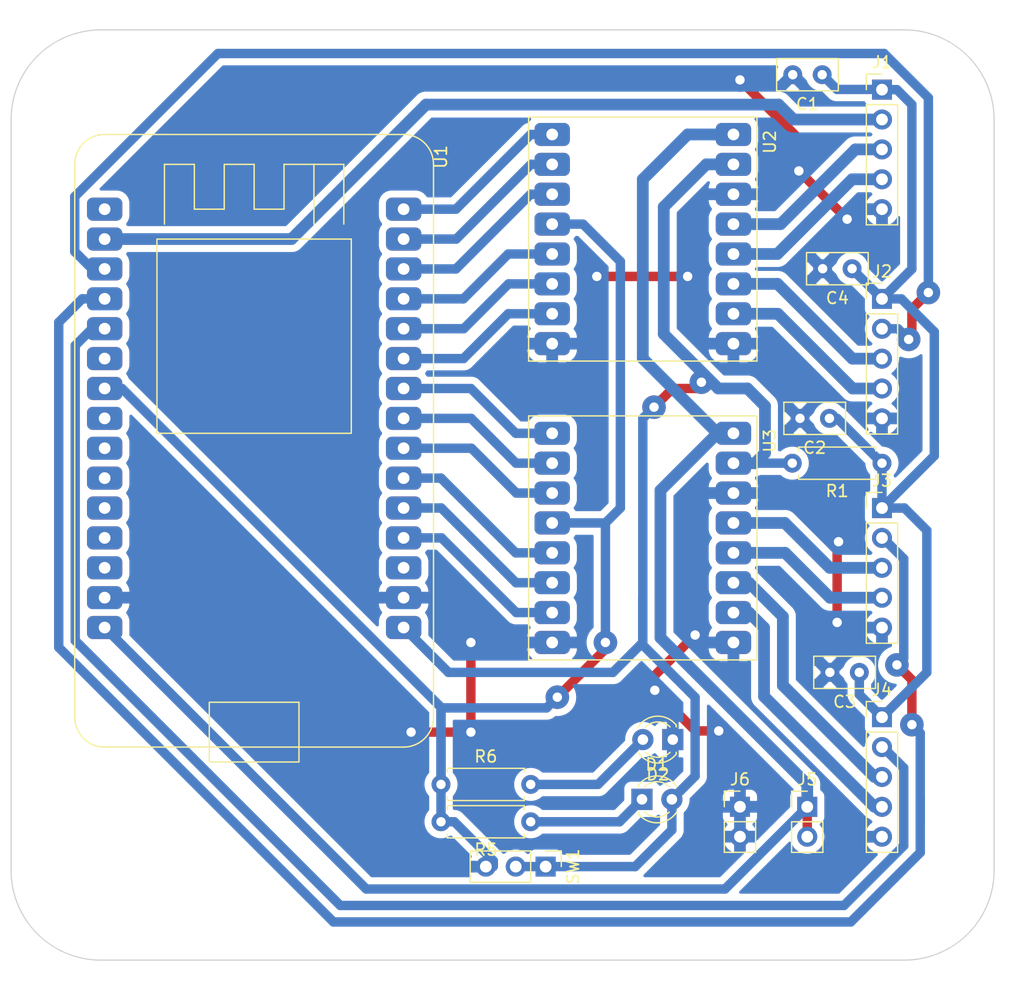
<source format=kicad_pcb>
(kicad_pcb (version 20211014) (generator pcbnew)
  (layers (0 "F.Cu" signal) (31 "B.Cu" signal) (44 "Edge.Cuts" user))
  (net 0 "")
  (net 1 "+3.3V")
  (net 2 "/POS_A")
  (net 3 "/A01")
  (net 4 "/A02")
  (net 5 "GND")
  (net 6 "/POS_B")
  (net 7 "/B01")
  (net 8 "/B02")
  (net 9 "/POS_C")
  (net 10 "/C01")
  (net 11 "/C02")
  (net 12 "/POS_D")
  (net 13 "/D01")
  (net 14 "/D02")
  (net 15 "VCC")
  (net 16 "/STBY")
  (net 17 "Net-(D1-Pad1)")
  (net 18 "Net-(D2-Pad2)")
  (net 19 "/PWMD")
  (net 20 "/DIN2")
  (net 21 "/DIN1")
  (net 22 "/CIN2")
  (net 23 "/CIN1")
  (net 24 "/PWMC")
  (net 25 "/PWMB")
  (net 26 "/BIN2")
  (net 27 "/BIN1")
  (net 28 "/AIN2")
  (net 29 "/AIN1")
  (net 30 "/PWMA")
  (net 31 "+3.3VA")
  (footprint "New_library:TB6612 module" (layer "F.Cu") (at 155.575 93.98 -90)
    (fp_text reference "U3" (at -8.255 -10.795 90) (layer "F.SilkS"))
    (fp_text value "TB6612_module")
    (fp_line (start 10.37 9.7) (end 10.37 -9.7) (layer "F.SilkS") (width 0.12))
    (fp_line (start -10.37 9.7) (end 10.37 9.7) (layer "F.SilkS") (width 0.12))
    (fp_line (start -10.37 -9.7) (end -10.37 9.7) (layer "F.SilkS") (width 0.12))
    (fp_line (start 10.37 -9.7) (end -10.37 -9.7) (layer "F.SilkS") (width 0.12))
    (pad "1" thru_hole roundrect (at -8.89 7.7 270) (size 1.96 3) (drill 1) (layers *.Cu *.Mask) (net 24 "/PWMC"))
    (pad "2" thru_hole roundrect (at -6.35 7.7 270) (size 1.96 3) (drill 1) (layers *.Cu *.Mask) (net 23 "/CIN1"))
    (pad "3" thru_hole roundrect (at -3.81 7.7 270) (size 1.96 3) (drill 1) (layers *.Cu *.Mask) (net 22 "/CIN2"))
    (pad "4" thru_hole roundrect (at -1.27 7.7 270) (size 1.96 3) (drill 1) (layers *.Cu *.Mask) (net 16 "/STBY"))
    (pad "5" thru_hole roundrect (at 1.27 7.7 270) (size 1.96 3) (drill 1) (layers *.Cu *.Mask) (net 21 "/DIN1"))
    (pad "6" thru_hole roundrect (at 3.81 7.7 270) (size 1.96 3) (drill 1) (layers *.Cu *.Mask) (net 20 "/DIN2"))
    (pad "7" thru_hole roundrect (at 6.35 7.7 270) (size 1.96 3) (drill 1) (layers *.Cu *.Mask) (net 19 "/PWMD"))
    (pad "8" thru_hole roundrect (at 8.89 7.7 270) (size 1.96 3) (drill 1) (layers *.Cu *.Mask) (net 5 "GND"))
    (pad "9" thru_hole roundrect (at 8.89 -7.7 270) (size 1.96 3) (drill 1) (layers *.Cu *.Mask) (net 5 "GND"))
    (pad "10" thru_hole roundrect (at 6.35 -7.7 270) (size 1.96 3) (drill 1) (layers *.Cu *.Mask) (net 13 "/D01"))
    (pad "11" thru_hole roundrect (at 3.81 -7.7 270) (size 1.96 3) (drill 1) (layers *.Cu *.Mask) (net 14 "/D02"))
    (pad "12" thru_hole roundrect (at 1.27 -7.7 270) (size 1.96 3) (drill 1) (layers *.Cu *.Mask) (net 11 "/C02"))
    (pad "13" thru_hole roundrect (at -1.27 -7.7 270) (size 1.96 3) (drill 1) (layers *.Cu *.Mask) (net 10 "/C01"))
    (pad "14" thru_hole roundrect (at -3.81 -7.7 270) (size 1.96 3) (drill 1) (layers *.Cu *.Mask) (net 5 "GND"))
    (pad "15" thru_hole roundrect (at -6.35 -7.7 270) (size 1.96 3) (drill 1) (layers *.Cu *.Mask) (net 1 "+3.3V"))
    (pad "16" thru_hole roundrect (at -8.89 -7.7 270) (size 1.96 3) (drill 1) (layers *.Cu *.Mask) (net 15 "VCC"))
  )
  (footprint "Connector_PinHeader_2.54mm:PinHeader_1x05_P2.54mm_Vertical" (layer "F.Cu") (at 175.895 91.445)
    (fp_text reference "J3" (at 0 -2.33) (layer "F.SilkS"))
    (fp_text value "Motor_C")
    (fp_line (start -1.33 11.49) (end 1.33 11.49) (layer "F.SilkS") (width 0.12))
    (fp_line (start -1.33 1.27) (end -1.33 11.49) (layer "F.SilkS") (width 0.12))
    (fp_line (start -1.33 0) (end -1.33 -1.33) (layer "F.SilkS") (width 0.12))
    (fp_line (start -1.33 -1.33) (end 0 -1.33) (layer "F.SilkS") (width 0.12))
    (fp_line (start 1.33 1.27) (end 1.33 11.49) (layer "F.SilkS") (width 0.12))
    (fp_line (start -1.33 1.27) (end 1.33 1.27) (layer "F.SilkS") (width 0.12))
    (pad "1" thru_hole rect (at 0 0) (size 1.7 1.7) (drill 1) (layers *.Cu *.Mask) (net 31 "+3.3VA"))
    (pad "2" thru_hole oval (at 0 2.54) (size 1.7 1.7) (drill 1) (layers *.Cu *.Mask) (net 9 "/POS_C"))
    (pad "3" thru_hole oval (at 0 5.08) (size 1.7 1.7) (drill 1) (layers *.Cu *.Mask) (net 10 "/C01"))
    (pad "4" thru_hole oval (at 0 7.62) (size 1.7 1.7) (drill 1) (layers *.Cu *.Mask) (net 11 "/C02"))
    (pad "5" thru_hole oval (at 0 10.16) (size 1.7 1.7) (drill 1) (layers *.Cu *.Mask) (net 5 "GND"))
  )
  (footprint "Resistor_THT:R_Axial_DIN0207_L6.3mm_D2.5mm_P7.62mm_Horizontal" (layer "F.Cu") (at 146.05 118.11 180)
    (fp_text reference "R5" (at 3.81 -2.37) (layer "F.SilkS"))
    (fp_text value "470R")
    (fp_line (start 7.08 1.37) (end 7.08 1.04) (layer "F.SilkS") (width 0.12))
    (fp_line (start 0.54 1.04) (end 0.54 1.37) (layer "F.SilkS") (width 0.12))
    (fp_line (start 0.54 -1.04) (end 0.54 -1.37) (layer "F.SilkS") (width 0.12))
    (fp_line (start 0.54 -1.37) (end 7.08 -1.37) (layer "F.SilkS") (width 0.12))
    (fp_line (start 0.54 1.37) (end 7.08 1.37) (layer "F.SilkS") (width 0.12))
    (fp_line (start 7.08 -1.37) (end 7.08 -1.04) (layer "F.SilkS") (width 0.12))
    (pad "1" thru_hole circle (at 0 0 180) (size 1.6 1.6) (drill 0.8) (layers *.Cu *.Mask) (net 17 "Net-(D1-Pad1)"))
    (pad "2" thru_hole oval (at 7.62 0 180) (size 1.6 1.6) (drill 0.8) (layers *.Cu *.Mask) (net 16 "/STBY"))
  )
  (footprint "Connector_PinHeader_2.54mm:PinHeader_1x03_P2.54mm_Vertical" (layer "F.Cu") (at 147.32 121.92 -90)
    (fp_text reference "SW1" (at 0 -2.33 90) (layer "F.SilkS"))
    (fp_text value "ON/OFF" hide)
    (fp_line (start -1.33 1.27) (end -1.33 6.41) (layer "F.SilkS") (width 0.12))
    (fp_line (start -1.33 0) (end -1.33 -1.33) (layer "F.SilkS") (width 0.12))
    (fp_line (start -1.33 -1.33) (end 0 -1.33) (layer "F.SilkS") (width 0.12))
    (fp_line (start -1.33 1.27) (end 1.33 1.27) (layer "F.SilkS") (width 0.12))
    (fp_line (start -1.33 6.41) (end 1.33 6.41) (layer "F.SilkS") (width 0.12))
    (fp_line (start 1.33 1.27) (end 1.33 6.41) (layer "F.SilkS") (width 0.12))
    (pad "1" thru_hole rect (at 0 0 270) (size 1.7 1.7) (drill 1) (layers *.Cu *.Mask) (net 1 "+3.3V"))
    (pad "2" thru_hole oval (at 0 2.54 270) (size 1.7 1.7) (drill 1) (layers *.Cu *.Mask) (net 16 "/STBY"))
    (pad "3" thru_hole oval (at 0 5.08 270) (size 1.7 1.7) (drill 1) (layers *.Cu *.Mask) (net 5 "GND"))
  )
  (footprint "Connector_PinHeader_2.54mm:PinHeader_1x05_P2.54mm_Vertical" (layer "F.Cu") (at 175.895 55.88)
    (fp_text reference "J1" (at 0 -2.33) (layer "F.SilkS"))
    (fp_text value "Motor_A")
    (fp_line (start -1.33 1.27) (end -1.33 11.49) (layer "F.SilkS") (width 0.12))
    (fp_line (start -1.33 1.27) (end 1.33 1.27) (layer "F.SilkS") (width 0.12))
    (fp_line (start -1.33 11.49) (end 1.33 11.49) (layer "F.SilkS") (width 0.12))
    (fp_line (start -1.33 -1.33) (end 0 -1.33) (layer "F.SilkS") (width 0.12))
    (fp_line (start 1.33 1.27) (end 1.33 11.49) (layer "F.SilkS") (width 0.12))
    (fp_line (start -1.33 0) (end -1.33 -1.33) (layer "F.SilkS") (width 0.12))
    (pad "1" thru_hole rect (at 0 0) (size 1.7 1.7) (drill 1) (layers *.Cu *.Mask) (net 31 "+3.3VA"))
    (pad "2" thru_hole oval (at 0 2.54) (size 1.7 1.7) (drill 1) (layers *.Cu *.Mask) (net 2 "/POS_A"))
    (pad "3" thru_hole oval (at 0 5.08) (size 1.7 1.7) (drill 1) (layers *.Cu *.Mask) (net 3 "/A01"))
    (pad "4" thru_hole oval (at 0 7.62) (size 1.7 1.7) (drill 1) (layers *.Cu *.Mask) (net 4 "/A02"))
    (pad "5" thru_hole oval (at 0 10.16) (size 1.7 1.7) (drill 1) (layers *.Cu *.Mask) (net 5 "GND"))
  )
  (footprint "Connector_PinHeader_2.54mm:PinHeader_1x02_P2.54mm_Vertical" (layer "F.Cu") (at 163.83 116.835)
    (fp_text reference "J6" (at 0 -2.33) (layer "F.SilkS"))
    (fp_text value "-")
    (fp_line (start -1.33 1.27) (end -1.33 3.87) (layer "F.SilkS") (width 0.12))
    (fp_line (start -1.33 -1.33) (end 0 -1.33) (layer "F.SilkS") (width 0.12))
    (fp_line (start 1.33 1.27) (end 1.33 3.87) (layer "F.SilkS") (width 0.12))
    (fp_line (start -1.33 3.87) (end 1.33 3.87) (layer "F.SilkS") (width 0.12))
    (fp_line (start -1.33 1.27) (end 1.33 1.27) (layer "F.SilkS") (width 0.12))
    (fp_line (start -1.33 0) (end -1.33 -1.33) (layer "F.SilkS") (width 0.12))
    (pad "1" thru_hole rect (at 0 0) (size 1.7 1.7) (drill 1) (layers *.Cu *.Mask) (net 5 "GND"))
    (pad "2" thru_hole oval (at 0 2.54) (size 1.7 1.7) (drill 1) (layers *.Cu *.Mask) (net 5 "GND"))
  )
  (footprint "New_library:TB6612 module" (layer "F.Cu") (at 155.575 68.58 -90)
    (fp_text reference "U2" (at -8.255 -10.795 90) (layer "F.SilkS"))
    (fp_text value "TB6612_module")
    (fp_line (start 10.37 -9.7) (end -10.37 -9.7) (layer "F.SilkS") (width 0.12))
    (fp_line (start 10.37 9.7) (end 10.37 -9.7) (layer "F.SilkS") (width 0.12))
    (fp_line (start -10.37 9.7) (end 10.37 9.7) (layer "F.SilkS") (width 0.12))
    (fp_line (start -10.37 -9.7) (end -10.37 9.7) (layer "F.SilkS") (width 0.12))
    (pad "1" thru_hole roundrect (at -8.89 7.7 270) (size 1.96 3) (drill 1) (layers *.Cu *.Mask) (net 30 "/PWMA"))
    (pad "2" thru_hole roundrect (at -6.35 7.7 270) (size 1.96 3) (drill 1) (layers *.Cu *.Mask) (net 29 "/AIN1"))
    (pad "3" thru_hole roundrect (at -3.81 7.7 270) (size 1.96 3) (drill 1) (layers *.Cu *.Mask) (net 28 "/AIN2"))
    (pad "4" thru_hole roundrect (at -1.27 7.7 270) (size 1.96 3) (drill 1) (layers *.Cu *.Mask) (net 16 "/STBY"))
    (pad "5" thru_hole roundrect (at 1.27 7.7 270) (size 1.96 3) (drill 1) (layers *.Cu *.Mask) (net 27 "/BIN1"))
    (pad "6" thru_hole roundrect (at 3.81 7.7 270) (size 1.96 3) (drill 1) (layers *.Cu *.Mask) (net 26 "/BIN2"))
    (pad "7" thru_hole roundrect (at 6.35 7.7 270) (size 1.96 3) (drill 1) (layers *.Cu *.Mask) (net 25 "/PWMB"))
    (pad "8" thru_hole roundrect (at 8.89 7.7 270) (size 1.96 3) (drill 1) (layers *.Cu *.Mask) (net 5 "GND"))
    (pad "9" thru_hole roundrect (at 8.89 -7.7 270) (size 1.96 3) (drill 1) (layers *.Cu *.Mask) (net 5 "GND"))
    (pad "10" thru_hole roundrect (at 6.35 -7.7 270) (size 1.96 3) (drill 1) (layers *.Cu *.Mask) (net 7 "/B01"))
    (pad "11" thru_hole roundrect (at 3.81 -7.7 270) (size 1.96 3) (drill 1) (layers *.Cu *.Mask) (net 8 "/B02"))
    (pad "12" thru_hole roundrect (at 1.27 -7.7 270) (size 1.96 3) (drill 1) (layers *.Cu *.Mask) (net 4 "/A02"))
    (pad "13" thru_hole roundrect (at -1.27 -7.7 270) (size 1.96 3) (drill 1) (layers *.Cu *.Mask) (net 3 "/A01"))
    (pad "14" thru_hole roundrect (at -3.81 -7.7 270) (size 1.96 3) (drill 1) (layers *.Cu *.Mask) (net 5 "GND"))
    (pad "15" thru_hole roundrect (at -6.35 -7.7 270) (size 1.96 3) (drill 1) (layers *.Cu *.Mask) (net 1 "+3.3V"))
    (pad "16" thru_hole roundrect (at -8.89 -7.7 270) (size 1.96 3) (drill 1) (layers *.Cu *.Mask) (net 15 "VCC"))
  )
  (footprint "Capacitor_THT:C_Disc_D5.0mm_W2.5mm_P2.50mm" (layer "F.Cu") (at 171.43 83.82 180)
    (fp_text reference "C2" (at 1.25 -2.5) (layer "F.SilkS"))
    (fp_text value "100nF" hide)
    (fp_line (start -1.37 -1.37) (end -1.37 1.37) (layer "F.SilkS") (width 0.12))
    (fp_line (start -1.37 -1.37) (end 3.87 -1.37) (layer "F.SilkS") (width 0.12))
    (fp_line (start -1.37 1.37) (end 3.87 1.37) (layer "F.SilkS") (width 0.12))
    (fp_line (start 3.87 -1.37) (end 3.87 1.37) (layer "F.SilkS") (width 0.12))
    (pad "1" thru_hole circle (at 0 0 180) (size 1.6 1.6) (drill 0.8) (layers *.Cu *.Mask) (net 31 "+3.3VA"))
    (pad "2" thru_hole circle (at 2.5 0 180) (size 1.6 1.6) (drill 0.8) (layers *.Cu *.Mask) (net 5 "GND"))
  )
  (footprint "Connector_PinHeader_2.54mm:PinHeader_1x02_P2.54mm_Vertical" (layer "F.Cu") (at 169.545 116.84)
    (fp_text reference "J5" (at 0 -2.33) (layer "F.SilkS"))
    (fp_text value "+")
    (fp_line (start -1.33 0) (end -1.33 -1.33) (layer "F.SilkS") (width 0.12))
    (fp_line (start -1.33 3.87) (end 1.33 3.87) (layer "F.SilkS") (width 0.12))
    (fp_line (start -1.33 -1.33) (end 0 -1.33) (layer "F.SilkS") (width 0.12))
    (fp_line (start -1.33 1.27) (end 1.33 1.27) (layer "F.SilkS") (width 0.12))
    (fp_line (start -1.33 1.27) (end -1.33 3.87) (layer "F.SilkS") (width 0.12))
    (fp_line (start 1.33 1.27) (end 1.33 3.87) (layer "F.SilkS") (width 0.12))
    (pad "1" thru_hole rect (at 0 0) (size 1.7 1.7) (drill 1) (layers *.Cu *.Mask) (net 15 "VCC"))
    (pad "2" thru_hole oval (at 0 2.54) (size 1.7 1.7) (drill 1) (layers *.Cu *.Mask) (net 15 "VCC"))
  )
  (footprint "Connector_PinHeader_2.54mm:PinHeader_1x05_P2.54mm_Vertical" (layer "F.Cu") (at 175.895 73.665)
    (fp_text reference "J2" (at 0 -2.33) (layer "F.SilkS"))
    (fp_text value "Motor_B")
    (fp_line (start -1.33 1.27) (end 1.33 1.27) (layer "F.SilkS") (width 0.12))
    (fp_line (start 1.33 1.27) (end 1.33 11.49) (layer "F.SilkS") (width 0.12))
    (fp_line (start -1.33 1.27) (end -1.33 11.49) (layer "F.SilkS") (width 0.12))
    (fp_line (start -1.33 -1.33) (end 0 -1.33) (layer "F.SilkS") (width 0.12))
    (fp_line (start -1.33 11.49) (end 1.33 11.49) (layer "F.SilkS") (width 0.12))
    (fp_line (start -1.33 0) (end -1.33 -1.33) (layer "F.SilkS") (width 0.12))
    (pad "1" thru_hole rect (at 0 0) (size 1.7 1.7) (drill 1) (layers *.Cu *.Mask) (net 31 "+3.3VA"))
    (pad "2" thru_hole oval (at 0 2.54) (size 1.7 1.7) (drill 1) (layers *.Cu *.Mask) (net 6 "/POS_B"))
    (pad "3" thru_hole oval (at 0 5.08) (size 1.7 1.7) (drill 1) (layers *.Cu *.Mask) (net 8 "/B02"))
    (pad "4" thru_hole oval (at 0 7.62) (size 1.7 1.7) (drill 1) (layers *.Cu *.Mask) (net 7 "/B01"))
    (pad "5" thru_hole oval (at 0 10.16) (size 1.7 1.7) (drill 1) (layers *.Cu *.Mask) (net 5 "GND"))
  )
  (footprint "Resistor_THT:R_Axial_DIN0207_L6.3mm_D2.5mm_P7.62mm_Horizontal" (layer "F.Cu") (at 138.43 114.935)
    (fp_text reference "R6" (at 3.81 -2.37) (layer "F.SilkS"))
    (fp_text value "470R")
    (fp_line (start 7.08 -1.37) (end 7.08 -1.04) (layer "F.SilkS") (width 0.12))
    (fp_line (start 0.54 1.04) (end 0.54 1.37) (layer "F.SilkS") (width 0.12))
    (fp_line (start 0.54 -1.37) (end 7.08 -1.37) (layer "F.SilkS") (width 0.12))
    (fp_line (start 0.54 1.37) (end 7.08 1.37) (layer "F.SilkS") (width 0.12))
    (fp_line (start 0.54 -1.04) (end 0.54 -1.37) (layer "F.SilkS") (width 0.12))
    (fp_line (start 7.08 1.37) (end 7.08 1.04) (layer "F.SilkS") (width 0.12))
    (pad "1" thru_hole circle (at 0 0) (size 1.6 1.6) (drill 0.8) (layers *.Cu *.Mask) (net 16 "/STBY"))
    (pad "2" thru_hole oval (at 7.62 0) (size 1.6 1.6) (drill 0.8) (layers *.Cu *.Mask) (net 18 "Net-(D2-Pad2)"))
  )
  (footprint "LED_THT:LED_D3.0mm" (layer "F.Cu") (at 155.505 116.205)
    (fp_text reference "D1" (at 1.27 -2.96) (layer "F.SilkS"))
    (fp_text value "GREEN")
    (fp_line (start -0.29 -1.236) (end -0.29 -1.08) (layer "F.SilkS") (width 0.12))
    (fp_line (start -0.29 1.08) (end -0.29 1.236) (layer "F.SilkS") (width 0.12))
    (fp_arc (start -0.29 -1.235516) (mid 1.366487 -1.987659) (end 2.942335 -1.078608) (layer "F.SilkS") (width 0.12))
    (fp_arc (start 0.229039 -1.08) (mid 1.270117 -1.5) (end 2.31113 -1.079837) (layer "F.SilkS") (width 0.12))
    (fp_arc (start 2.942335 1.078608) (mid 1.366487 1.987659) (end -0.29 1.235516) (layer "F.SilkS") (width 0.12))
    (fp_arc (start 2.31113 1.079837) (mid 1.270117 1.5) (end 0.229039 1.08) (layer "F.SilkS") (width 0.12))
    (pad "1" thru_hole rect (at 0 0) (size 1.8 1.8) (drill 0.9) (layers *.Cu *.Mask) (net 17 "Net-(D1-Pad1)"))
    (pad "2" thru_hole circle (at 2.54 0) (size 1.8 1.8) (drill 0.9) (layers *.Cu *.Mask) (net 1 "+3.3V"))
  )
  (footprint "Capacitor_THT:C_Disc_D5.0mm_W2.5mm_P2.50mm" (layer "F.Cu") (at 170.815 54.61 180)
    (fp_text reference "C1" (at 1.25 -2.5) (layer "F.SilkS"))
    (fp_text value "100nF" hide)
    (fp_line (start 3.87 -1.37) (end 3.87 1.37) (layer "F.SilkS") (width 0.12))
    (fp_line (start -1.37 -1.37) (end 3.87 -1.37) (layer "F.SilkS") (width 0.12))
    (fp_line (start -1.37 1.37) (end 3.87 1.37) (layer "F.SilkS") (width 0.12))
    (fp_line (start -1.37 -1.37) (end -1.37 1.37) (layer "F.SilkS") (width 0.12))
    (pad "1" thru_hole circle (at 0 0 180) (size 1.6 1.6) (drill 0.8) (layers *.Cu *.Mask) (net 31 "+3.3VA"))
    (pad "2" thru_hole circle (at 2.5 0 180) (size 1.6 1.6) (drill 0.8) (layers *.Cu *.Mask) (net 5 "GND"))
  )
  (footprint "Capacitor_THT:C_Disc_D5.0mm_W2.5mm_P2.50mm" (layer "F.Cu") (at 173.355 71.1 180)
    (fp_text reference "C4" (at 1.25 -2.5) (layer "F.SilkS"))
    (fp_text value "100nF" hide)
    (fp_line (start -1.37 -1.37) (end 3.87 -1.37) (layer "F.SilkS") (width 0.12))
    (fp_line (start -1.37 -1.37) (end -1.37 1.37) (layer "F.SilkS") (width 0.12))
    (fp_line (start -1.37 1.37) (end 3.87 1.37) (layer "F.SilkS") (width 0.12))
    (fp_line (start 3.87 -1.37) (end 3.87 1.37) (layer "F.SilkS") (width 0.12))
    (pad "1" thru_hole circle (at 0 0 180) (size 1.6 1.6) (drill 0.8) (layers *.Cu *.Mask) (net 31 "+3.3VA"))
    (pad "2" thru_hole circle (at 2.5 0 180) (size 1.6 1.6) (drill 0.8) (layers *.Cu *.Mask) (net 5 "GND"))
  )
  (footprint "Connector_PinHeader_2.54mm:PinHeader_1x05_P2.54mm_Vertical" (layer "F.Cu") (at 175.895 109.22)
    (fp_text reference "J4" (at 0 -2.33) (layer "F.SilkS"))
    (fp_text value "Motor_D")
    (fp_line (start -1.33 0) (end -1.33 -1.33) (layer "F.SilkS") (width 0.12))
    (fp_line (start 1.33 1.27) (end 1.33 11.49) (layer "F.SilkS") (width 0.12))
    (fp_line (start -1.33 11.49) (end 1.33 11.49) (layer "F.SilkS") (width 0.12))
    (fp_line (start -1.33 1.27) (end -1.33 11.49) (layer "F.SilkS") (width 0.12))
    (fp_line (start -1.33 -1.33) (end 0 -1.33) (layer "F.SilkS") (width 0.12))
    (fp_line (start -1.33 1.27) (end 1.33 1.27) (layer "F.SilkS") (width 0.12))
    (pad "1" thru_hole rect (at 0 0) (size 1.7 1.7) (drill 1) (layers *.Cu *.Mask) (net 31 "+3.3VA"))
    (pad "2" thru_hole oval (at 0 2.54) (size 1.7 1.7) (drill 1) (layers *.Cu *.Mask) (net 12 "/POS_D"))
    (pad "3" thru_hole oval (at 0 5.08) (size 1.7 1.7) (drill 1) (layers *.Cu *.Mask) (net 14 "/D02"))
    (pad "4" thru_hole oval (at 0 7.62) (size 1.7 1.7) (drill 1) (layers *.Cu *.Mask) (net 13 "/D01"))
    (pad "5" thru_hole oval (at 0 10.16) (size 1.7 1.7) (drill 1) (layers *.Cu *.Mask) (net 5 "GND"))
  )
  (footprint "LED_THT:LED_D3.0mm" (layer "F.Cu") (at 158.12 111.125 180)
    (fp_text reference "D2" (at 1.27 -2.96) (layer "F.SilkS"))
    (fp_text value "RED")
    (fp_line (start -0.29 -1.236) (end -0.29 -1.08) (layer "F.SilkS") (width 0.12))
    (fp_line (start -0.29 1.08) (end -0.29 1.236) (layer "F.SilkS") (width 0.12))
    (fp_arc (start -0.29 -1.235516) (mid 1.366487 -1.987659) (end 2.942335 -1.078608) (layer "F.SilkS") (width 0.12))
    (fp_arc (start 0.229039 -1.08) (mid 1.270117 -1.5) (end 2.31113 -1.079837) (layer "F.SilkS") (width 0.12))
    (fp_arc (start 2.942335 1.078608) (mid 1.366487 1.987659) (end -0.29 1.235516) (layer "F.SilkS") (width 0.12))
    (fp_arc (start 2.31113 1.079837) (mid 1.270117 1.5) (end 0.229039 1.08) (layer "F.SilkS") (width 0.12))
    (pad "1" thru_hole rect (at 0 0 180) (size 1.8 1.8) (drill 0.9) (layers *.Cu *.Mask) (net 5 "GND"))
    (pad "2" thru_hole circle (at 2.54 0 180) (size 1.8 1.8) (drill 0.9) (layers *.Cu *.Mask) (net 18 "Net-(D2-Pad2)"))
  )
  (footprint "Resistor_THT:R_Axial_DIN0207_L6.3mm_D2.5mm_P7.62mm_Horizontal" (layer "F.Cu") (at 175.895 87.63 180)
    (fp_text reference "R1" (at 3.81 -2.37) (layer "F.SilkS"))
    (fp_text value "470R")
    (fp_line (start 0.54 1.37) (end 7.08 1.37) (layer "F.SilkS") (width 0.12))
    (fp_line (start 7.08 1.37) (end 7.08 1.04) (layer "F.SilkS") (width 0.12))
    (fp_line (start 0.54 1.04) (end 0.54 1.37) (layer "F.SilkS") (width 0.12))
    (fp_line (start 7.08 -1.37) (end 7.08 -1.04) (layer "F.SilkS") (width 0.12))
    (fp_line (start 0.54 -1.37) (end 7.08 -1.37) (layer "F.SilkS") (width 0.12))
    (fp_line (start 0.54 -1.04) (end 0.54 -1.37) (layer "F.SilkS") (width 0.12))
    (pad "1" thru_hole circle (at 0 0 180) (size 1.6 1.6) (drill 0.8) (layers *.Cu *.Mask) (net 31 "+3.3VA"))
    (pad "2" thru_hole oval (at 7.62 0 180) (size 1.6 1.6) (drill 0.8) (layers *.Cu *.Mask) (net 1 "+3.3V"))
  )
  (footprint "New_library:ESP32-devkit-v1" (layer "F.Cu") (at 122.555 83.82 -90)
    (fp_text reference "U1" (at -22.225 -15.875 90) (layer "F.SilkS"))
    (fp_text value "ESP32-devkit-v1")
    (fp_line (start -17.78 5.08) (end -17.78 2.54) (layer "F.SilkS") (width 0.12))
    (fp_line (start -21.59 7.62) (end -21.59 5.08) (layer "F.SilkS") (width 0.12))
    (fp_line (start -17.78 -2.54) (end -21.59 -2.54) (layer "F.SilkS") (width 0.12))
    (fp_line (start -21.59 -2.54) (end -21.59 -5.08) (layer "F.SilkS") (width 0.12))
    (fp_line (start -21.59 2.54) (end -21.59 0) (layer "F.SilkS") (width 0.12))
    (fp_line (start -21.59 -7.62) (end -16.51 -7.62) (layer "F.SilkS") (width 0.12))
    (fp_line (start -17.78 2.54) (end -21.59 2.54) (layer "F.SilkS") (width 0.12))
    (fp_line (start -21.59 5.08) (end -17.78 5.08) (layer "F.SilkS") (width 0.12))
    (fp_line (start -17.78 0) (end -17.78 -2.54) (layer "F.SilkS") (width 0.12))
    (fp_line (start -16.51 7.62) (end -21.59 7.62) (layer "F.SilkS") (width 0.12))
    (fp_line (start 25.4 -15.24) (end -21.59 -15.24) (layer "F.SilkS") (width 0.12))
    (fp_line (start -24.13 -12.7) (end -24.13 12.7) (layer "F.SilkS") (width 0.12))
    (fp_line (start -21.59 15.24) (end 25.4 15.24) (layer "F.SilkS") (width 0.12))
    (fp_line (start -21.59 -5.08) (end -16.51 -5.08) (layer "F.SilkS") (width 0.12))
    (fp_line (start -21.59 0) (end -17.78 0) (layer "F.SilkS") (width 0.12))
    (fp_line (start -21.59 -5.08) (end -21.59 -7.62) (layer "F.SilkS") (width 0.12))
    (fp_line (start 27.94 12.7) (end 27.94 -12.7) (layer "F.SilkS") (width 0.12))
    (fp_rect (start 24.13 -3.81) (end 29.21 3.81) (layer "F.SilkS") (width 0.12) (fill none))
    (fp_rect (start -15.24 -8.255) (end 1.27 8.255) (layer "F.SilkS") (width 0.12) (fill none))
    (fp_arc (start -24.13 -12.7) (mid -23.386051 -14.496051) (end -21.59 -15.24) (layer "F.SilkS") (width 0.12))
    (fp_arc (start 27.94 12.7) (mid 27.196051 14.496051) (end 25.4 15.24) (layer "F.SilkS") (width 0.12))
    (fp_arc (start -21.59 15.24) (mid -23.386051 14.496051) (end -24.13 12.7) (layer "F.SilkS") (width 0.12))
    (fp_arc (start 25.4 -15.24) (mid 27.196051 -14.496051) (end 27.94 -12.7) (layer "F.SilkS") (width 0.12))
    (pad "1" thru_hole roundrect (at -17.78 12.7 270) (size 1.96 3) (drill 1) (layers *.Cu *.Mask))
    (pad "2" thru_hole roundrect (at -15.24 12.7 270) (size 1.96 3) (drill 1) (layers *.Cu *.Mask) (net 2 "/POS_A"))
    (pad "3" thru_hole roundrect (at -12.7 12.7 270) (size 1.96 3) (drill 1) (layers *.Cu *.Mask) (net 6 "/POS_B"))
    (pad "4" thru_hole roundrect (at -10.16 12.7 270) (size 1.96 3) (drill 1) (layers *.Cu *.Mask) (net 9 "/POS_C"))
    (pad "5" thru_hole roundrect (at -7.62 12.7 270) (size 1.96 3) (drill 1) (layers *.Cu *.Mask) (net 12 "/POS_D"))
    (pad "6" thru_hole roundrect (at -5.08 12.7 270) (size 1.96 3) (drill 1) (layers *.Cu *.Mask))
    (pad "7" thru_hole roundrect (at -2.54 12.7 270) (size 1.96 3) (drill 1) (layers *.Cu *.Mask) (net 16 "/STBY"))
    (pad "8" thru_hole roundrect (at 0 12.7 270) (size 1.96 3) (drill 1) (layers *.Cu *.Mask))
    (pad "9" thru_hole roundrect (at 2.54 12.7 270) (size 1.96 3) (drill 1) (layers *.Cu *.Mask))
    (pad "10" thru_hole roundrect (at 5.08 12.7 270) (size 1.96 3) (drill 1) (layers *.Cu *.Mask))
    (pad "11" thru_hole roundrect (at 7.62 12.7 270) (size 1.96 3) (drill 1) (layers *.Cu *.Mask))
    (pad "12" thru_hole roundrect (at 10.16 12.7 270) (size 1.96 3) (drill 1) (layers *.Cu *.Mask))
    (pad "13" thru_hole roundrect (at 12.7 12.7 270) (size 1.96 3) (drill 1) (layers *.Cu *.Mask))
    (pad "14" thru_hole roundrect (at 15.24 12.7 270) (size 1.96 3) (drill 1) (layers *.Cu *.Mask) (net 5 "GND"))
    (pad "15" thru_hole roundrect (at 17.78 12.7 270) (size 1.96 3) (drill 1) (layers *.Cu *.Mask) (net 15 "VCC"))
    (pad "16" thru_hole roundrect (at 17.78 -12.7 270) (size 1.96 3) (drill 1) (layers *.Cu *.Mask) (net 1 "+3.3V"))
    (pad "17" thru_hole roundrect (at 15.24 -12.7 270) (size 1.96 3) (drill 1) (layers *.Cu *.Mask) (net 5 "GND"))
    (pad "18" thru_hole roundrect (at 12.7 -12.7 270) (size 1.96 3) (drill 1) (layers *.Cu *.Mask))
    (pad "19" thru_hole roundrect (at 10.16 -12.7 270) (size 1.96 3) (drill 1) (layers *.Cu *.Mask) (net 19 "/PWMD"))
    (pad "20" thru_hole roundrect (at 7.62 -12.7 270) (size 1.96 3) (drill 1) (layers *.Cu *.Mask) (net 20 "/DIN2"))
    (pad "21" thru_hole roundrect (at 5.08 -12.7 270) (size 1.96 3) (drill 1) (layers *.Cu *.Mask) (net 21 "/DIN1"))
    (pad "22" thru_hole roundrect (at 2.54 -12.7 270) (size 1.96 3) (drill 1) (layers *.Cu *.Mask) (net 22 "/CIN2"))
    (pad "23" thru_hole roundrect (at 0 -12.7 270) (size 1.96 3) (drill 1) (layers *.Cu *.Mask) (net 23 "/CIN1"))
    (pad "24" thru_hole roundrect (at -2.54 -12.7 270) (size 1.96 3) (drill 1) (layers *.Cu *.Mask) (net 24 "/PWMC"))
    (pad "25" thru_hole roundrect (at -5.08 -12.7 270) (size 1.96 3) (drill 1) (layers *.Cu *.Mask) (net 25 "/PWMB"))
    (pad "26" thru_hole roundrect (at -7.62 -12.7 270) (size 1.96 3) (drill 1) (layers *.Cu *.Mask) (net 26 "/BIN2"))
    (pad "27" thru_hole roundrect (at -10.16 -12.7 270) (size 1.96 3) (drill 1) (layers *.Cu *.Mask) (net 27 "/BIN1"))
    (pad "28" thru_hole roundrect (at -12.7 -12.7 270) (size 1.96 3) (drill 1) (layers *.Cu *.Mask) (net 28 "/AIN2"))
    (pad "29" thru_hole roundrect (at -15.24 -12.7 270) (size 1.96 3) (drill 1) (layers *.Cu *.Mask) (net 29 "/AIN1"))
    (pad "30" thru_hole roundrect (at -17.78 -12.7 270) (size 1.96 3) (drill 1) (layers *.Cu *.Mask) (net 30 "/PWMA"))
  )
  (footprint "Capacitor_THT:C_Disc_D5.0mm_W2.5mm_P2.50mm" (layer "F.Cu") (at 173.97 105.41 180)
    (fp_text reference "C3" (at 1.25 -2.5) (layer "F.SilkS"))
    (fp_text value "100nF" hide)
    (fp_line (start 3.87 -1.37) (end 3.87 1.37) (layer "F.SilkS") (width 0.12))
    (fp_line (start -1.37 -1.37) (end 3.87 -1.37) (layer "F.SilkS") (width 0.12))
    (fp_line (start -1.37 1.37) (end 3.87 1.37) (layer "F.SilkS") (width 0.12))
    (fp_line (start -1.37 -1.37) (end -1.37 1.37) (layer "F.SilkS") (width 0.12))
    (pad "1" thru_hole circle (at 0 0 180) (size 1.6 1.6) (drill 0.8) (layers *.Cu *.Mask) (net 31 "+3.3VA"))
    (pad "2" thru_hole circle (at 2.5 0 180) (size 1.6 1.6) (drill 0.8) (layers *.Cu *.Mask) (net 5 "GND"))
  )
  (gr_line (start 101.908154 58.42) (end 101.908154 122.246846) (layer "Edge.Cuts") (width 0.1))
  (gr_arc (start 101.908154 58.42) (mid 104.14 53.031846) (end 109.528154 50.8) (layer "Edge.Cuts") (width 0.1))
  (gr_line (start 177.8 50.8) (end 109.528154 50.8) (layer "Edge.Cuts") (width 0.1))
  (gr_arc (start 109.528154 129.866846) (mid 104.14 127.635) (end 101.908154 122.246846) (layer "Edge.Cuts") (width 0.1))
  (gr_line (start 177.8 129.866846) (end 109.528154 129.866846) (layer "Edge.Cuts") (width 0.1))
  (gr_arc (start 185.42 122.246846) (mid 183.188154 127.635) (end 177.8 129.866846) (layer "Edge.Cuts") (width 0.1))
  (gr_arc (start 177.8 50.8) (mid 183.188154 53.031846) (end 185.42 58.42) (layer "Edge.Cuts") (width 0.1))
  (gr_line (start 185.42 122.246846) (end 185.42 58.42) (layer "Edge.Cuts") (width 0.1))
  (segment (start 160.552071 80.747929) (end 160.02 81.28) (width 0.8) (layer "F.Cu") (net 1))
  (segment (start 158.115 81.28) (end 156.5275 82.8675) (width 0.8) (layer "F.Cu") (net 1))
  (segment (start 160.02 81.28) (end 158.115 81.28) (width 0.8) (layer "F.Cu") (net 1))
  (via (at 160.552071 80.747929) (size 2) (drill 0.8) (layers "F.Cu" "B.Cu") (net 1))
  (via (at 156.5275 82.8675) (size 2) (drill 0.8) (layers "F.Cu" "B.Cu") (net 1))
  (segment (start 165.955 86.775) (end 165.1 87.63) (width 1) (layer "B.Cu") (net 1))
  (segment (start 165.1 87.63) (end 163.275 87.63) (width 1) (layer "B.Cu") (net 1))
  (segment (start 157.355 65.8475) (end 157.355 76.6527) (width 1) (layer "B.Cu") (net 1))
  (segment (start 155.575 99.031737) (end 155.575 102.87) (width 0.8) (layer "B.Cu") (net 1))
  (segment (start 155.575 102.87) (end 153.035 105.41) (width 0.8) (layer "B.Cu") (net 1))
  (segment (start 168.275 87.63) (end 163.275 87.63) (width 0.8) (layer "B.Cu") (net 1))
  (segment (start 157.355 76.6527) (end 161.9823 81.28) (width 1) (layer "B.Cu") (net 1))
  (segment (start 161.9823 81.28) (end 164.465 81.28) (width 1) (layer "B.Cu") (net 1))
  (segment (start 160.02 107.53132) (end 155.575 103.08632) (width 0.8) (layer "B.Cu") (net 1))
  (segment (start 158.045 118.8) (end 158.045 116.205) (width 0.8) (layer "B.Cu") (net 1))
  (segment (start 164.465 81.28) (end 165.955 82.77) (width 1) (layer "B.Cu") (net 1))
  (segment (start 153.035 105.41) (end 139.065 105.41) (width 0.8) (layer "B.Cu") (net 1))
  (segment (start 154.925 121.92) (end 158.045 118.8) (width 0.8) (layer "B.Cu") (net 1))
  (segment (start 160.02 114.23) (end 160.02 107.53132) (width 0.8) (layer "B.Cu") (net 1))
  (segment (start 158.045 116.205) (end 160.02 114.23) (width 0.8) (layer "B.Cu") (net 1))
  (segment (start 155.575 103.08632) (end 155.575 99.031737) (width 0.8) (layer "B.Cu") (net 1))
  (segment (start 156.5275 82.8675) (end 155.575 83.82) (width 0.8) (layer "B.Cu") (net 1))
  (segment (start 145.415 121.92) (end 154.925 121.92) (width 0.8) (layer "B.Cu") (net 1))
  (segment (start 160.9725 62.23) (end 157.355 65.8475) (width 1) (layer "B.Cu") (net 1))
  (segment (start 139.065 105.41) (end 135.255 101.6) (width 0.8) (layer "B.Cu") (net 1))
  (segment (start 163.275 62.23) (end 160.9725 62.23) (width 1) (layer "B.Cu") (net 1))
  (segment (start 155.575 83.82) (end 155.575 99.031737) (width 0.8) (layer "B.Cu") (net 1))
  (segment (start 165.955 82.77) (end 165.955 86.775) (width 1) (layer "B.Cu") (net 1))
  (segment (start 137.16 57.15) (end 125.73 68.58) (width 1) (layer "B.Cu") (net 2))
  (segment (start 175.895 58.42) (end 168.384037 58.42) (width 1) (layer "B.Cu") (net 2))
  (segment (start 125.73 68.58) (end 109.855 68.58) (width 1) (layer "B.Cu") (net 2))
  (segment (start 167.114037 57.15) (end 137.16 57.15) (width 1) (layer "B.Cu") (net 2))
  (segment (start 168.384037 58.42) (end 167.114037 57.15) (width 1) (layer "B.Cu") (net 2))
  (segment (start 167.282258 67.31) (end 173.632258 60.96) (width 1) (layer "B.Cu") (net 3))
  (segment (start 173.632258 60.96) (end 175.895 60.96) (width 1) (layer "B.Cu") (net 3))
  (segment (start 163.275 67.31) (end 167.282258 67.31) (width 1) (layer "B.Cu") (net 3))
  (segment (start 173.355 63.5) (end 175.895 63.5) (width 1) (layer "B.Cu") (net 4))
  (segment (start 163.275 69.85) (end 167.005 69.85) (width 1) (layer "B.Cu") (net 4))
  (segment (start 167.005 69.85) (end 173.355 63.5) (width 1) (layer "B.Cu") (net 4))
  (segment (start 156.592979 105.662021) (end 160.02 102.235) (width 0.8) (layer "F.Cu") (net 5))
  (segment (start 159.385 71.755) (end 151.6705 71.755) (width 0.8) (layer "F.Cu") (net 5))
  (segment (start 135.89 110.49) (end 140.97 110.49) (width 0.8) (layer "F.Cu") (net 5))
  (segment (start 172.085 94.4255) (end 172.204821 94.305679) (width 0.8) (layer "F.Cu") (net 5))
  (segment (start 168.834058 62.789058) (end 172.934571 66.889571) (width 0.8) (layer "F.Cu") (net 5))
  (segment (start 162.027929 110.387071) (end 160.048029 110.387071) (width 0.8) (layer "F.Cu") (net 5))
  (segment (start 163.83 55.0505) (end 168.834058 60.054558) (width 0.8) (layer "F.Cu") (net 5))
  (segment (start 160.048029 110.387071) (end 156.592979 106.932021) (width 0.8) (layer "F.Cu") (net 5))
  (segment (start 156.592979 106.932021) (end 156.592979 105.662021) (width 0.8) (layer "F.Cu") (net 5))
  (segment (start 168.834058 60.054558) (end 168.834058 62.789058) (width 0.8) (layer "F.Cu") (net 5))
  (segment (start 140.97 102.87) (end 140.97 110.49) (width 0.8) (layer "F.Cu") (net 5))
  (segment (start 172.085 101.1645) (end 172.085 94.4255) (width 0.8) (layer "F.Cu") (net 5))
  (via (at 140.97 110.49) (size 2) (drill 0.8) (layers "F.Cu" "B.Cu") (net 5))
  (via (at 172.934571 66.889571) (size 2) (drill 0.8) (layers "F.Cu" "B.Cu") (net 5))
  (via (at 172.085 101.1645) (size 2) (drill 0.8) (layers "F.Cu" "B.Cu") (net 5))
  (via (at 140.97 102.87) (size 2) (drill 0.8) (layers "F.Cu" "B.Cu") (net 5))
  (via (at 168.834058 62.789058) (size 2) (drill 0.8) (layers "F.Cu" "B.Cu") (net 5))
  (via (at 160.02 102.235) (size 2) (drill 0.8) (layers "F.Cu" "B.Cu") (net 5))
  (via (at 172.204821 94.305679) (size 2) (drill 0.8) (layers "F.Cu" "B.Cu") (net 5))
  (via (at 156.592979 106.932021) (size 2) (drill 0.8) (layers "F.Cu" "B.Cu") (net 5))
  (via (at 163.83 55.0505) (size 2) (drill 0.8) (layers "F.Cu" "B.Cu") (net 5))
  (via (at 159.385 71.755) (size 2) (drill 0.8) (layers "F.Cu" "B.Cu") (net 5))
  (via (at 162.027929 110.387071) (size 2) (drill 0.8) (layers "F.Cu" "B.Cu") (net 5))
  (via (at 135.89 110.49) (size 2) (drill 0.8) (layers "F.Cu" "B.Cu") (net 5))
  (via (at 151.6705 71.755) (size 2) (drill 0.8) (layers "F.Cu" "B.Cu") (net 5))
  (segment (start 178.435 76.835) (end 178.161139 77.108861) (width 0.8) (layer "F.Cu") (net 6))
  (segment (start 178.435 74.527278) (end 178.435 76.835) (width 0.8) (layer "F.Cu") (net 6))
  (segment (start 179.835 73.127278) (end 178.435 74.527278) (width 0.8) (layer "F.Cu") (net 6))
  (via (at 179.835 73.127278) (size 2) (drill 0.8) (layers "F.Cu" "B.Cu") (net 6))
  (via (at 178.161139 77.108861) (size 2) (drill 0.8) (layers "F.Cu" "B.Cu") (net 6))
  (segment (start 179.835 56.570101) (end 176.074899 52.81) (width 0.8) (layer "B.Cu") (net 6))
  (segment (start 177.257278 76.205) (end 175.895 76.205) (width 0.8) (layer "B.Cu") (net 6))
  (segment (start 176.074899 52.81) (end 119.477822 52.81) (width 0.8) (layer "B.Cu") (net 6))
  (segment (start 119.477822 52.81) (end 107.315 64.972822) (width 0.8) (layer "B.Cu") (net 6))
  (segment (start 107.315 64.972822) (end 107.315 69.647178) (width 0.8) (layer "B.Cu") (net 6))
  (segment (start 178.161139 77.108861) (end 177.257278 76.205) (width 0.8) (layer "B.Cu") (net 6))
  (segment (start 107.315 69.647178) (end 108.787822 71.12) (width 0.8) (layer "B.Cu") (net 6))
  (segment (start 108.787822 71.12) (end 109.855 71.12) (width 0.8) (layer "B.Cu") (net 6))
  (segment (start 179.835 73.127278) (end 179.835 56.570101) (width 0.8) (layer "B.Cu") (net 6))
  (segment (start 173.40281 81.285) (end 175.895 81.285) (width 1) (layer "B.Cu") (net 7))
  (segment (start 167.04781 74.93) (end 173.40281 81.285) (width 1) (layer "B.Cu") (net 7))
  (segment (start 163.275 74.93) (end 167.04781 74.93) (width 1) (layer "B.Cu") (net 7))
  (segment (start 163.275 72.39) (end 167.02511 72.39) (width 1) (layer "B.Cu") (net 8))
  (segment (start 167.02511 72.39) (end 173.38011 78.745) (width 1) (layer "B.Cu") (net 8))
  (segment (start 173.38011 78.745) (end 175.895 78.745) (width 1) (layer "B.Cu") (net 8))
  (segment (start 177.165 104.775) (end 178.435 106.045) (width 0.8) (layer "F.Cu") (net 9))
  (segment (start 178.435 106.045) (end 178.435 109.855) (width 0.8) (layer "F.Cu") (net 9))
  (via (at 177.165 104.775) (size 2) (drill 0.8) (layers "F.Cu" "B.Cu") (net 9))
  (via (at 178.435 109.855) (size 2) (drill 0.8) (layers "F.Cu" "B.Cu") (net 9))
  (segment (start 177.745 104.195) (end 177.745 95.758704) (width 0.8) (layer "B.Cu") (net 9))
  (segment (start 105.955 75.655) (end 107.95 73.66) (width 0.8) (layer "B.Cu") (net 9))
  (segment (start 105.955 103.287076) (end 105.955 75.655) (width 0.8) (layer "B.Cu") (net 9))
  (segment (start 179.145 116.13) (end 179.145 120.726194) (width 0.8) (layer "B.Cu") (net 9))
  (segment (start 177.165 104.775) (end 177.745 104.195) (width 0.8) (layer "B.Cu") (net 9))
  (segment (start 179.145 116.13) (end 179.145 118.11) (width 0.8) (layer "B.Cu") (net 9))
  (segment (start 179.145 120.726194) (end 173.246194 126.625) (width 0.8) (layer "B.Cu") (net 9))
  (segment (start 129.292924 126.625) (end 105.955 103.287076) (width 0.8) (layer "B.Cu") (net 9))
  (segment (start 177.745 95.758704) (end 175.971296 93.985) (width 0.8) (layer "B.Cu") (net 9))
  (segment (start 178.435 109.855) (end 179.145 110.565) (width 0.8) (layer "B.Cu") (net 9))
  (segment (start 175.971296 93.985) (end 175.895 93.985) (width 0.8) (layer "B.Cu") (net 9))
  (segment (start 179.145 110.565) (end 179.145 116.13) (width 0.8) (layer "B.Cu") (net 9))
  (segment (start 107.95 73.66) (end 109.855 73.66) (width 0.8) (layer "B.Cu") (net 9))
  (segment (start 173.246194 126.625) (end 129.292924 126.625) (width 0.8) (layer "B.Cu") (net 9))
  (segment (start 167.64 92.71) (end 171.455 96.525) (width 1) (layer "B.Cu") (net 10))
  (segment (start 163.275 92.71) (end 167.64 92.71) (width 1) (layer "B.Cu") (net 10))
  (segment (start 171.455 96.525) (end 175.895 96.525) (width 1) (layer "B.Cu") (net 10))
  (segment (start 171.4777 99.065) (end 175.895 99.065) (width 1) (layer "B.Cu") (net 11))
  (segment (start 163.275 95.25) (end 167.6627 95.25) (width 1) (layer "B.Cu") (net 11))
  (segment (start 167.6627 95.25) (end 171.4777 99.065) (width 1) (layer "B.Cu") (net 11))
  (segment (start 177.745 120.146296) (end 177.745 113.533704) (width 0.8) (layer "B.Cu") (net 12))
  (segment (start 108.787822 76.2) (end 107.355 77.632822) (width 0.8) (layer "B.Cu") (net 12))
  (segment (start 109.855 76.2) (end 108.787822 76.2) (width 0.8) (layer "B.Cu") (net 12))
  (segment (start 172.666296 125.225) (end 177.745 120.146296) (width 0.8) (layer "B.Cu") (net 12))
  (segment (start 107.355 102.707178) (end 129.872822 125.225) (width 0.8) (layer "B.Cu") (net 12))
  (segment (start 177.745 113.533704) (end 175.971296 111.76) (width 0.8) (layer "B.Cu") (net 12))
  (segment (start 175.971296 111.76) (end 175.895 111.76) (width 0.8) (layer "B.Cu") (net 12))
  (segment (start 129.872822 125.225) (end 172.666296 125.225) (width 0.8) (layer "B.Cu") (net 12))
  (segment (start 107.355 77.632822) (end 107.355 102.707178) (width 0.8) (layer "B.Cu") (net 12))
  (segment (start 165.875 107.455) (end 175.26 116.84) (width 1) (layer "B.Cu") (net 13))
  (segment (start 163.275 100.33) (end 164.596737 100.33) (width 1) (layer "B.Cu") (net 13))
  (segment (start 175.26 116.84) (end 175.895 116.84) (width 1) (layer "B.Cu") (net 13))
  (segment (start 164.596737 100.33) (end 165.875 101.608263) (width 1) (layer "B.Cu") (net 13))
  (segment (start 165.875 101.608263) (end 165.875 107.455) (width 1) (layer "B.Cu") (net 13))
  (segment (start 175.26 114.3) (end 175.895 114.3) (width 1) (layer "B.Cu") (net 14))
  (segment (start 167.475 106.515) (end 175.26 114.3) (width 1) (layer "B.Cu") (net 14))
  (segment (start 164.596737 97.79) (end 167.475 100.668263) (width 1) (layer "B.Cu") (net 14))
  (segment (start 167.475 100.668263) (end 167.475 106.515) (width 1) (layer "B.Cu") (net 14))
  (segment (start 163.275 97.79) (end 164.596737 97.79) (width 1) (layer "B.Cu") (net 14))
  (segment (start 169.545 119.38) (end 169.545 116.84) (width 0.8) (layer "F.Cu") (net 15))
  (segment (start 159.385 59.69) (end 155.575 63.5) (width 1) (layer "B.Cu") (net 15))
  (segment (start 169.545 114.935) (end 169.545 116.84) (width 1) (layer "B.Cu") (net 15))
  (segment (start 155.575 78.74) (end 161.925 85.09) (width 1) (layer "B.Cu") (net 15))
  (segment (start 161.925 85.09) (end 157.075 89.94) (width 1) (layer "B.Cu") (net 15))
  (segment (start 161.925 85.09) (end 163.275 85.09) (width 1) (layer "B.Cu") (net 15))
  (segment (start 157.075 89.94) (end 157.075 102.465) (width 1) (layer "B.Cu") (net 15))
  (segment (start 169.545 116.84) (end 162.56 123.825) (width 0.8) (layer "B.Cu") (net 15))
  (segment (start 163.275 59.69) (end 159.385 59.69) (width 1) (layer "B.Cu") (net 15))
  (segment (start 157.075 102.465) (end 169.545 114.935) (width 1) (layer "B.Cu") (net 15))
  (segment (start 132.08 123.825) (end 109.855 101.6) (width 0.8) (layer "B.Cu") (net 15))
  (segment (start 162.56 123.825) (end 132.08 123.825) (width 0.8) (layer "B.Cu") (net 15))
  (segment (start 155.575 63.5) (end 155.575 78.74) (width 1) (layer "B.Cu") (net 15))
  (segment (start 152.4 103.4336) (end 152.4 102.87) (width 0.8) (layer "F.Cu") (net 16))
  (segment (start 148.31455 107.51905) (end 152.4 103.4336) (width 0.8) (layer "F.Cu") (net 16))
  (via (at 152.4 102.87) (size 2) (drill 0.8) (layers "F.Cu" "B.Cu") (net 16))
  (via (at 148.31455 107.51905) (size 2) (drill 0.8) (layers "F.Cu" "B.Cu") (net 16))
  (segment (start 142.875 121.42363) (end 142.875 121.92) (width 0.8) (layer "B.Cu") (net 16))
  (segment (start 109.855 81.28) (end 111.327822 81.28) (width 0.8) (layer "B.Cu") (net 16))
  (segment (start 147.4041 108.4295) (end 138.477322 108.4295) (width 0.8) (layer "B.Cu") (net 16))
  (segment (start 111.327822 81.28) (end 138.43 108.382178) (width 0.8) (layer "B.Cu") (net 16))
  (segment (start 138.477322 108.4295) (end 138.43 108.382178) (width 0.8) (layer "B.Cu") (net 16))
  (segment (start 153.67 70.485) (end 150.495 67.31) (width 0.8) (layer "B.Cu") (net 16))
  (segment (start 150.495 67.31) (end 147.875 67.31) (width 0.8) (layer "B.Cu") (net 16))
  (segment (start 138.43 118.11) (end 139.56137 118.11) (width 0.8) (layer "B.Cu") (net 16))
  (segment (start 148.31455 107.51905) (end 147.4041 108.4295) (width 0.8) (layer "B.Cu") (net 16))
  (segment (start 139.56137 118.11) (end 142.875 121.42363) (width 0.8) (layer "B.Cu") (net 16))
  (segment (start 138.43 114.935) (end 138.43 108.585) (width 0.8) (layer "B.Cu") (net 16))
  (segment (start 138.43 108.382178) (end 138.43 114.935) (width 0.8) (layer "B.Cu") (net 16))
  (segment (start 152.4 102.87) (end 152.4 92.71) (width 0.8) (layer "B.Cu") (net 16))
  (segment (start 152.4 92.71) (end 153.67 91.44) (width 0.8) (layer "B.Cu") (net 16))
  (segment (start 138.43 114.935) (end 138.43 118.11) (width 0.8) (layer "B.Cu") (net 16))
  (segment (start 153.67 91.44) (end 153.67 70.485) (width 0.8) (layer "B.Cu") (net 16))
  (segment (start 147.875 92.71) (end 152.4 92.71) (width 0.8) (layer "B.Cu") (net 16))
  (segment (start 146.05 118.11) (end 153.6 118.11) (width 0.8) (layer "B.Cu") (net 17))
  (segment (start 153.6 118.11) (end 155.505 116.205) (width 0.8) (layer "B.Cu") (net 17))
  (segment (start 151.77 114.935) (end 155.58 111.125) (width 0.8) (layer "B.Cu") (net 18))
  (segment (start 146.05 114.935) (end 151.77 114.935) (width 0.8) (layer "B.Cu") (net 18))
  (segment (start 138.4754 93.98) (end 144.8254 100.33) (width 0.8) (layer "B.Cu") (net 19))
  (segment (start 144.8254 100.33) (end 147.875 100.33) (width 0.8) (layer "B.Cu") (net 19))
  (segment (start 135.255 93.98) (end 138.4754 93.98) (width 0.8) (layer "B.Cu") (net 19))
  (segment (start 138.4527 91.44) (end 144.8027 97.79) (width 0.8) (layer "B.Cu") (net 20))
  (segment (start 144.8027 97.79) (end 147.875 97.79) (width 0.8) (layer "B.Cu") (net 20))
  (segment (start 135.255 91.44) (end 138.4527 91.44) (width 0.8) (layer "B.Cu") (net 20))
  (segment (start 135.255 88.9) (end 138.43 88.9) (width 0.8) (layer "B.Cu") (net 21))
  (segment (start 144.78 95.25) (end 147.875 95.25) (width 0.8) (layer "B.Cu") (net 21))
  (segment (start 138.43 88.9) (end 144.78 95.25) (width 0.8) (layer "B.Cu") (net 21))
  (segment (start 135.255 86.36) (end 141.0154 86.36) (width 0.8) (layer "B.Cu") (net 22))
  (segment (start 144.8254 90.17) (end 147.875 90.17) (width 0.8) (layer "B.Cu") (net 22))
  (segment (start 141.0154 86.36) (end 144.8254 90.17) (width 0.8) (layer "B.Cu") (net 22))
  (segment (start 135.255 83.82) (end 140.9927 83.82) (width 0.8) (layer "B.Cu") (net 23))
  (segment (start 140.9927 83.82) (end 144.8027 87.63) (width 0.8) (layer "B.Cu") (net 23))
  (segment (start 144.8027 87.63) (end 147.875 87.63) (width 0.8) (layer "B.Cu") (net 23))
  (segment (start 140.97 81.28) (end 144.78 85.09) (width 0.8) (layer "B.Cu") (net 24))
  (segment (start 135.255 81.28) (end 140.97 81.28) (width 0.8) (layer "B.Cu") (net 24))
  (segment (start 144.78 85.09) (end 147.875 85.09) (width 0.8) (layer "B.Cu") (net 24))
  (segment (start 147.875 74.93) (end 144.145 74.93) (width 0.8) (layer "B.Cu") (net 25))
  (segment (start 144.145 74.93) (end 140.335 78.74) (width 0.8) (layer "B.Cu") (net 25))
  (segment (start 140.335 78.74) (end 135.255 78.74) (width 0.8) (layer "B.Cu") (net 25))
  (segment (start 140.3577 76.2) (end 135.255 76.2) (width 0.8) (layer "B.Cu") (net 26))
  (segment (start 144.1677 72.39) (end 140.3577 76.2) (width 0.8) (layer "B.Cu") (net 26))
  (segment (start 147.875 72.39) (end 144.1677 72.39) (width 0.8) (layer "B.Cu") (net 26))
  (segment (start 144.145 69.85) (end 140.335 73.66) (width 0.8) (layer "B.Cu") (net 27))
  (segment (start 140.335 73.66) (end 135.255 73.66) (width 0.8) (layer "B.Cu") (net 27))
  (segment (start 147.875 69.85) (end 144.145 69.85) (width 0.8) (layer "B.Cu") (net 27))
  (segment (start 135.255 71.12) (end 139.7 71.12) (width 0.8) (layer "B.Cu") (net 28))
  (segment (start 139.7 71.12) (end 146.05 64.77) (width 0.8) (layer "B.Cu") (net 28))
  (segment (start 146.05 64.77) (end 147.875 64.77) (width 0.8) (layer "B.Cu") (net 28))
  (segment (start 139.7227 68.58) (end 146.0727 62.23) (width 0.8) (layer "B.Cu") (net 29))
  (segment (start 135.255 68.58) (end 139.7227 68.58) (width 0.8) (layer "B.Cu") (net 29))
  (segment (start 146.0727 62.23) (end 147.875 62.23) (width 0.8) (layer "B.Cu") (net 29))
  (segment (start 146.05 59.69) (end 147.875 59.69) (width 0.8) (layer "B.Cu") (net 30))
  (segment (start 139.7 66.04) (end 146.05 59.69) (width 0.8) (layer "B.Cu") (net 30))
  (segment (start 135.255 66.04) (end 139.7 66.04) (width 0.8) (layer "B.Cu") (net 30))
  (segment (start 175.895 73.665) (end 177.545 73.665) (width 0.8) (layer "B.Cu") (net 31))
  (segment (start 177.545 73.665) (end 180.34 76.46) (width 0.8) (layer "B.Cu") (net 31))
  (segment (start 179.705 105.41) (end 175.895 109.22) (width 0.8) (layer "B.Cu") (net 31))
  (segment (start 173.97 107.295) (end 175.895 109.22) (width 0.8) (layer "B.Cu") (net 31))
  (segment (start 178.435 57.15) (end 178.435 71.125) (width 0.8) (layer "B.Cu") (net 31))
  (segment (start 172.085 83.82) (end 175.895 87.63) (width 0.8) (layer "B.Cu") (net 31))
  (segment (start 172.065 55.86) (end 175.875 55.86) (width 0.8) (layer "B.Cu") (net 31))
  (segment (start 180.34 76.46) (end 180.34 87) (width 0.8) (layer "B.Cu") (net 31))
  (segment (start 177.165 55.88) (end 178.435 57.15) (width 0.8) (layer "B.Cu") (net 31))
  (segment (start 171.43 83.82) (end 172.085 83.82) (width 0.8) (layer "B.Cu") (net 31))
  (segment (start 178.435 71.125) (end 175.895 73.665) (width 0.8) (layer "B.Cu") (net 31))
  (segment (start 170.815 54.61) (end 172.065 55.86) (width 0.8) (layer "B.Cu") (net 31))
  (segment (start 175.895 87.63) (end 175.895 91.445) (width 0.8) (layer "B.Cu") (net 31))
  (segment (start 173.97 105.41) (end 173.97 107.295) (width 0.8) (layer "B.Cu") (net 31))
  (segment (start 177.795 91.445) (end 177.8 91.44) (width 0.8) (layer "B.Cu") (net 31))
  (segment (start 179.705 93.345) (end 179.705 105.41) (width 0.8) (layer "B.Cu") (net 31))
  (segment (start 175.875 55.86) (end 175.895 55.88) (width 0.8) (layer "B.Cu") (net 31))
  (segment (start 177.8 91.44) (end 179.705 93.345) (width 0.8) (layer "B.Cu") (net 31))
  (segment (start 175.895 73.665) (end 176.225854 73.665) (width 1) (layer "B.Cu") (net 31))
  (segment (start 180.34 87) (end 175.895 91.445) (width 0.8) (layer "B.Cu") (net 31))
  (segment (start 173.355 71.125) (end 175.895 73.665) (width 0.8) (layer "B.Cu") (net 31))
  (segment (start 175.895 55.88) (end 177.165 55.88) (width 0.8) (layer "B.Cu") (net 31))
  (segment (start 173.355 71.1) (end 173.355 71.125) (width 0.8) (layer "B.Cu") (net 31))
  (segment (start 175.895 91.445) (end 177.795 91.445) (width 0.8) (layer "B.Cu") (net 31))
  (zone (net 5) (net_name "GND") (layer "B.Cu") (connect_pads (clearance 0.6)) (min_thickness 0.254) (fill yes (thermal_gap 0.6) (thermal_bridge_width 1))
    (polygon (pts (xy 187.96 133.35) (xy 100.965 133.35) (xy 100.965 48.26) (xy 187.96 48.26)))
  )
)
</source>
